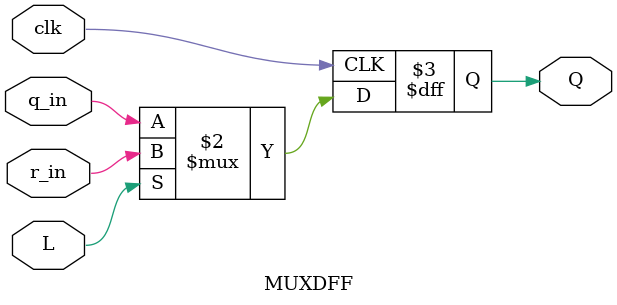
<source format=v>
module top_module (
	input [2:0] SW,      // R
	input [1:0] KEY,     // L and clk
	output [2:0] LEDR
);  // Q
    MUXDFF MUXDFF_0(
        .clk(KEY[0]),
        .L(KEY[1]),
        .r_in(SW[0]),
        .q_in(LEDR[2]),
        .Q(LEDR[0])
    );

    MUXDFF MUXDFF_1(
        .clk(KEY[0]),
        .L(KEY[1]),
        .r_in(SW[1]),
        .q_in(LEDR[0]),
        .Q(LEDR[1])
    );

    MUXDFF MUXDFF_2(
        .clk(KEY[0]),
        .L(KEY[1]),
        .r_in(SW[2]),
        .q_in(LEDR[2]^LEDR[1]),
        .Q(LEDR[2])
    );

endmodule

module MUXDFF (
    input clk,
    input L,
    input r_in,
    input q_in,
    output reg Q
);
    always @(posedge clk ) begin
        Q <= L? r_in: q_in;
    end
    
endmodule
</source>
